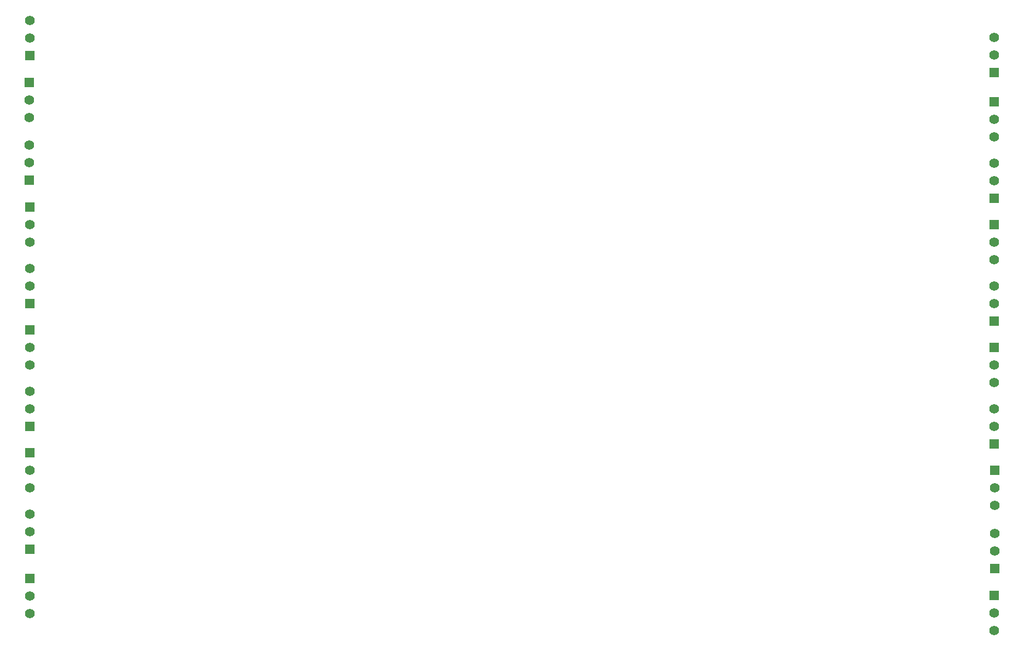
<source format=gbr>
%TF.GenerationSoftware,KiCad,Pcbnew,(6.0.8-1)-1*%
%TF.CreationDate,2023-06-16T18:58:08-04:00*%
%TF.ProjectId,Untitled,556e7469-746c-4656-942e-6b696361645f,rev?*%
%TF.SameCoordinates,Original*%
%TF.FileFunction,Soldermask,Bot*%
%TF.FilePolarity,Negative*%
%FSLAX46Y46*%
G04 Gerber Fmt 4.6, Leading zero omitted, Abs format (unit mm)*
G04 Created by KiCad (PCBNEW (6.0.8-1)-1) date 2023-06-16 18:58:08*
%MOMM*%
%LPD*%
G01*
G04 APERTURE LIST*
%ADD10R,1.397000X1.397000*%
%ADD11C,1.397000*%
G04 APERTURE END LIST*
D10*
%TO.C,REF\u002A\u002A*%
X198842400Y-43580000D03*
D11*
X198842400Y-41040000D03*
X198842400Y-38500000D03*
%TD*%
D10*
%TO.C,REF\u002A\u002A*%
X198842400Y-79580000D03*
D11*
X198842400Y-77040000D03*
X198842400Y-74500000D03*
%TD*%
D10*
%TO.C,REF\u002A\u002A*%
X198892500Y-115392500D03*
D11*
X198892500Y-112852500D03*
X198892500Y-110312500D03*
%TD*%
D10*
%TO.C,REF\u002A\u002A*%
X198842400Y-97380000D03*
D11*
X198842400Y-94840000D03*
X198842400Y-92300000D03*
%TD*%
D10*
%TO.C,REF\u002A\u002A*%
X198842400Y-61780000D03*
D11*
X198842400Y-59240000D03*
X198842400Y-56700000D03*
%TD*%
D10*
%TO.C,REF\u002A\u002A*%
X198842400Y-47805000D03*
D11*
X198842400Y-50345000D03*
X198842400Y-52885000D03*
%TD*%
D10*
%TO.C,REF\u002A\u002A*%
X198842400Y-119292500D03*
D11*
X198842400Y-121832500D03*
X198842400Y-124372500D03*
%TD*%
D10*
%TO.C,REF\u002A\u002A*%
X198842400Y-65605000D03*
D11*
X198842400Y-68145000D03*
X198842400Y-70685000D03*
%TD*%
D10*
%TO.C,REF\u002A\u002A*%
X198892500Y-101192500D03*
D11*
X198892500Y-103732500D03*
X198892500Y-106272500D03*
%TD*%
D10*
%TO.C,REF\u002A\u002A*%
X198842400Y-83405000D03*
D11*
X198842400Y-85945000D03*
X198842400Y-88485000D03*
%TD*%
D10*
%TO.C,REF\u002A\u002A*%
X59250100Y-116812500D03*
D11*
X59250100Y-119352500D03*
X59250100Y-121892500D03*
%TD*%
%TO.C,REF\u002A\u002A*%
X59200000Y-54120000D03*
X59200000Y-56660000D03*
D10*
X59200000Y-59200000D03*
%TD*%
D11*
%TO.C,REF\u002A\u002A*%
X59250100Y-36020000D03*
X59250100Y-38560000D03*
D10*
X59250100Y-41100000D03*
%TD*%
D11*
%TO.C,REF\u002A\u002A*%
X59250100Y-71907500D03*
X59250100Y-74447500D03*
D10*
X59250100Y-76987500D03*
%TD*%
D11*
%TO.C,REF\u002A\u002A*%
X59250100Y-89707500D03*
X59250100Y-92247500D03*
D10*
X59250100Y-94787500D03*
%TD*%
D11*
%TO.C,REF\u002A\u002A*%
X59250100Y-107507500D03*
X59250100Y-110047500D03*
D10*
X59250100Y-112587500D03*
%TD*%
%TO.C,REF\u002A\u002A*%
X59250100Y-80812500D03*
D11*
X59250100Y-83352500D03*
X59250100Y-85892500D03*
%TD*%
D10*
%TO.C,REF\u002A\u002A*%
X59200000Y-45000000D03*
D11*
X59200000Y-47540000D03*
X59200000Y-50080000D03*
%TD*%
D10*
%TO.C,REF\u002A\u002A*%
X59250100Y-98612500D03*
D11*
X59250100Y-101152500D03*
X59250100Y-103692500D03*
%TD*%
D10*
%TO.C,REF\u002A\u002A*%
X59250100Y-63012500D03*
D11*
X59250100Y-65552500D03*
X59250100Y-68092500D03*
%TD*%
M02*

</source>
